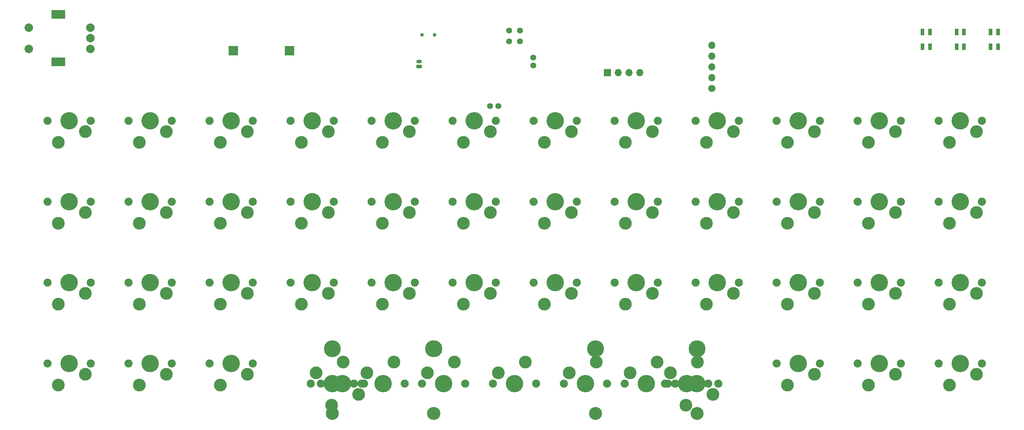
<source format=gts>
%TF.GenerationSoftware,KiCad,Pcbnew,(7.0.0-0)*%
%TF.CreationDate,2023-03-16T02:49:19-07:00*%
%TF.ProjectId,spc_evdr,7370635f-6576-4647-922e-6b696361645f,rev?*%
%TF.SameCoordinates,Original*%
%TF.FileFunction,Soldermask,Top*%
%TF.FilePolarity,Negative*%
%FSLAX46Y46*%
G04 Gerber Fmt 4.6, Leading zero omitted, Abs format (unit mm)*
G04 Created by KiCad (PCBNEW (7.0.0-0)) date 2023-03-16 02:49:19*
%MOMM*%
%LPD*%
G01*
G04 APERTURE LIST*
G04 Aperture macros list*
%AMRoundRect*
0 Rectangle with rounded corners*
0 $1 Rounding radius*
0 $2 $3 $4 $5 $6 $7 $8 $9 X,Y pos of 4 corners*
0 Add a 4 corners polygon primitive as box body*
4,1,4,$2,$3,$4,$5,$6,$7,$8,$9,$2,$3,0*
0 Add four circle primitives for the rounded corners*
1,1,$1+$1,$2,$3*
1,1,$1+$1,$4,$5*
1,1,$1+$1,$6,$7*
1,1,$1+$1,$8,$9*
0 Add four rect primitives between the rounded corners*
20,1,$1+$1,$2,$3,$4,$5,0*
20,1,$1+$1,$4,$5,$6,$7,0*
20,1,$1+$1,$6,$7,$8,$9,0*
20,1,$1+$1,$8,$9,$2,$3,0*%
G04 Aperture macros list end*
%ADD10C,2.000000*%
%ADD11R,3.200000X2.000000*%
%ADD12O,1.700000X1.700000*%
%ADD13C,1.700000*%
%ADD14R,2.200000X2.200000*%
%ADD15C,1.900000*%
%ADD16C,3.000000*%
%ADD17C,4.100000*%
%ADD18C,3.987800*%
%ADD19C,3.048000*%
%ADD20R,0.850000X1.600000*%
%ADD21R,1.700000X1.700000*%
%ADD22RoundRect,0.200000X0.450000X-0.200000X0.450000X0.200000X-0.450000X0.200000X-0.450000X-0.200000X0*%
%ADD23O,1.300000X0.800000*%
%ADD24C,0.850000*%
%ADD25C,1.397000*%
G04 APERTURE END LIST*
D10*
X45477689Y-49207190D03*
X45477689Y-44207190D03*
X45477689Y-46707190D03*
D11*
X37977688Y-41107189D03*
X37977688Y-52307189D03*
D10*
X30977689Y-44207190D03*
X30977689Y-49207190D03*
D12*
X191599999Y-48419999D03*
X191599999Y-50959999D03*
X191599999Y-53499999D03*
X191599999Y-56039999D03*
D13*
X191600000Y-58580000D03*
D14*
X92299999Y-49699999D03*
X79099999Y-49699999D03*
D15*
X255097689Y-85207190D03*
D16*
X253827689Y-87747190D03*
D17*
X250017689Y-85207190D03*
D16*
X247477689Y-90287190D03*
D15*
X244937689Y-85207190D03*
X123493939Y-128069690D03*
D16*
X124763939Y-125529690D03*
D17*
X128573939Y-128069690D03*
D16*
X131113939Y-122989690D03*
D15*
X133653939Y-128069690D03*
X64597689Y-66157190D03*
D16*
X63327689Y-68697190D03*
D17*
X59517689Y-66157190D03*
D16*
X56977689Y-71237190D03*
D15*
X54437689Y-66157190D03*
X159847689Y-66157190D03*
D16*
X158577689Y-68697190D03*
D17*
X154767689Y-66157190D03*
D16*
X152227689Y-71237190D03*
D15*
X149687689Y-66157190D03*
X64597689Y-104257190D03*
D16*
X63327689Y-106797190D03*
D17*
X59517689Y-104257190D03*
D16*
X56977689Y-109337190D03*
D15*
X54437689Y-104257190D03*
X159847689Y-104257190D03*
D16*
X158577689Y-106797190D03*
D17*
X154767689Y-104257190D03*
D16*
X152227689Y-109337190D03*
D15*
X149687689Y-104257190D03*
X178897689Y-85207190D03*
D16*
X177627689Y-87747190D03*
D17*
X173817689Y-85207190D03*
D16*
X171277689Y-90287190D03*
D15*
X168737689Y-85207190D03*
X102697689Y-66157190D03*
D16*
X101427689Y-68697190D03*
D17*
X97617689Y-66157190D03*
D16*
X95077689Y-71237190D03*
D15*
X92537689Y-66157190D03*
X45547689Y-85207190D03*
D16*
X44277689Y-87747190D03*
D17*
X40467689Y-85207190D03*
D16*
X37927689Y-90287190D03*
D15*
X35387689Y-85207190D03*
X216997689Y-66157190D03*
D16*
X215727689Y-68697190D03*
D17*
X211917689Y-66157190D03*
D16*
X209377689Y-71237190D03*
D15*
X206837689Y-66157190D03*
X45547689Y-66157190D03*
D16*
X44277689Y-68697190D03*
D17*
X40467689Y-66157190D03*
D16*
X37927689Y-71237190D03*
D15*
X35387689Y-66157190D03*
X255097689Y-66157190D03*
D16*
X253827689Y-68697190D03*
D17*
X250017689Y-66157190D03*
D16*
X247477689Y-71237190D03*
D15*
X244937689Y-66157190D03*
X83647689Y-66157190D03*
D16*
X82377689Y-68697190D03*
D17*
X78567689Y-66157190D03*
D16*
X76027689Y-71237190D03*
D15*
X73487689Y-66157190D03*
X102697689Y-104257190D03*
D16*
X101427689Y-106797190D03*
D17*
X97617689Y-104257190D03*
D16*
X95077689Y-109337190D03*
D15*
X92537689Y-104257190D03*
D18*
X126192689Y-119814690D03*
D19*
X126192689Y-135054690D03*
D15*
X140162689Y-128069690D03*
D16*
X141432689Y-125529690D03*
D17*
X145242689Y-128069690D03*
D16*
X147782689Y-122989690D03*
D15*
X150322689Y-128069690D03*
D18*
X164292689Y-119814690D03*
D19*
X164292689Y-135054690D03*
D15*
X64597689Y-123307190D03*
D16*
X63327689Y-125847190D03*
D17*
X59517689Y-123307190D03*
D16*
X56977689Y-128387190D03*
D15*
X54437689Y-123307190D03*
X236047689Y-123307190D03*
D16*
X234777689Y-125847190D03*
D17*
X230967689Y-123307190D03*
D16*
X228427689Y-128387190D03*
D15*
X225887689Y-123307190D03*
X121747689Y-85207190D03*
D16*
X120477689Y-87747190D03*
D17*
X116667689Y-85207190D03*
D16*
X114127689Y-90287190D03*
D15*
X111587689Y-85207190D03*
X140797689Y-104257190D03*
D16*
X139527689Y-106797190D03*
D17*
X135717689Y-104257190D03*
D16*
X133177689Y-109337190D03*
D15*
X130637689Y-104257190D03*
X121747689Y-104257190D03*
D16*
X120477689Y-106797190D03*
D17*
X116667689Y-104257190D03*
D16*
X114127689Y-109337190D03*
D15*
X111587689Y-104257190D03*
X216997689Y-85207190D03*
D16*
X215727689Y-87747190D03*
D17*
X211917689Y-85207190D03*
D16*
X209377689Y-90287190D03*
D15*
X206837689Y-85207190D03*
X197947689Y-66157190D03*
D16*
X196677689Y-68697190D03*
D17*
X192867689Y-66157190D03*
D16*
X190327689Y-71237190D03*
D15*
X187787689Y-66157190D03*
D18*
X164260939Y-119814690D03*
D19*
X164260939Y-135054690D03*
D15*
X171118939Y-128069690D03*
D16*
X172388939Y-125529690D03*
D17*
X176198939Y-128069690D03*
D16*
X178738939Y-122989690D03*
D15*
X181278939Y-128069690D03*
D18*
X188136939Y-119814690D03*
D19*
X188136939Y-135054690D03*
D15*
X180643939Y-128069690D03*
D16*
X181913939Y-125529690D03*
D17*
X185723939Y-128069690D03*
D16*
X188263939Y-122989690D03*
D15*
X190803939Y-128069690D03*
X45547689Y-123307190D03*
D16*
X44277689Y-125847190D03*
D17*
X40467689Y-123307190D03*
D16*
X37927689Y-128387190D03*
D15*
X35387689Y-123307190D03*
D18*
X102348439Y-119814690D03*
D19*
X102348439Y-135054690D03*
D15*
X109206439Y-128069690D03*
D16*
X110476439Y-125529690D03*
D17*
X114286439Y-128069690D03*
D16*
X116826439Y-122989690D03*
D15*
X119366439Y-128069690D03*
D18*
X126224439Y-119814690D03*
D19*
X126224439Y-135054690D03*
D15*
X197947689Y-104257190D03*
D16*
X196677689Y-106797190D03*
D17*
X192867689Y-104257190D03*
D16*
X190327689Y-109337190D03*
D15*
X187787689Y-104257190D03*
X216997689Y-104257190D03*
D16*
X215727689Y-106797190D03*
D17*
X211917689Y-104257190D03*
D16*
X209377689Y-109337190D03*
D15*
X206837689Y-104257190D03*
X236047689Y-66157190D03*
D16*
X234777689Y-68697190D03*
D17*
X230967689Y-66157190D03*
D16*
X228427689Y-71237190D03*
D15*
X225887689Y-66157190D03*
X178897689Y-104257190D03*
D16*
X177627689Y-106797190D03*
D17*
X173817689Y-104257190D03*
D16*
X171277689Y-109337190D03*
D15*
X168737689Y-104257190D03*
X236047689Y-85207190D03*
D16*
X234777689Y-87747190D03*
D17*
X230967689Y-85207190D03*
D16*
X228427689Y-90287190D03*
D15*
X225887689Y-85207190D03*
X193185189Y-128069690D03*
D16*
X191915189Y-130609690D03*
D17*
X188105189Y-128069690D03*
D16*
X185565189Y-133149690D03*
D15*
X183025189Y-128069690D03*
X236047689Y-104257190D03*
D16*
X234777689Y-106797190D03*
D17*
X230967689Y-104257190D03*
D16*
X228427689Y-109337190D03*
D15*
X225887689Y-104257190D03*
X121747689Y-66157190D03*
D16*
X120477689Y-68697190D03*
D17*
X116667689Y-66157190D03*
D16*
X114127689Y-71237190D03*
D15*
X111587689Y-66157190D03*
D20*
X250924999Y-45249999D03*
X249174999Y-45249999D03*
X249174999Y-48749999D03*
X250924999Y-48749999D03*
D15*
X156831439Y-128069690D03*
D16*
X158101439Y-125529690D03*
D17*
X161911439Y-128069690D03*
D16*
X164451439Y-122989690D03*
D15*
X166991439Y-128069690D03*
X64597689Y-85207190D03*
D16*
X63327689Y-87747190D03*
D17*
X59517689Y-85207190D03*
D16*
X56977689Y-90287190D03*
D15*
X54437689Y-85207190D03*
X216997689Y-123307190D03*
D16*
X215727689Y-125847190D03*
D17*
X211917689Y-123307190D03*
D16*
X209377689Y-128387190D03*
D15*
X206837689Y-123307190D03*
X83647689Y-104257190D03*
D16*
X82377689Y-106797190D03*
D17*
X78567689Y-104257190D03*
D16*
X76027689Y-109337190D03*
D15*
X73487689Y-104257190D03*
X97300189Y-128069690D03*
D16*
X98570189Y-125529690D03*
D17*
X102380189Y-128069690D03*
D16*
X104920189Y-122989690D03*
D15*
X107460189Y-128069690D03*
X197947689Y-85207190D03*
D16*
X196677689Y-87747190D03*
D17*
X192867689Y-85207190D03*
D16*
X190327689Y-90287190D03*
D15*
X187787689Y-85207190D03*
X159847689Y-85207190D03*
D16*
X158577689Y-87747190D03*
D17*
X154767689Y-85207190D03*
D16*
X152227689Y-90287190D03*
D15*
X149687689Y-85207190D03*
X140797689Y-66157190D03*
D16*
X139527689Y-68697190D03*
D17*
X135717689Y-66157190D03*
D16*
X133177689Y-71237190D03*
D15*
X130637689Y-66157190D03*
D20*
X242924999Y-45249999D03*
X241174999Y-45249999D03*
X241174999Y-48749999D03*
X242924999Y-48749999D03*
D15*
X178897689Y-66157190D03*
D16*
X177627689Y-68697190D03*
D17*
X173817689Y-66157190D03*
D16*
X171277689Y-71237190D03*
D15*
X168737689Y-66157190D03*
D21*
X167067688Y-54807189D03*
D12*
X169607688Y-54807189D03*
X172147688Y-54807189D03*
X174687688Y-54807189D03*
D15*
X83647689Y-123307190D03*
D16*
X82377689Y-125847190D03*
D17*
X78567689Y-123307190D03*
D16*
X76027689Y-128387190D03*
D15*
X73487689Y-123307190D03*
X102697689Y-85207190D03*
D16*
X101427689Y-87747190D03*
D17*
X97617689Y-85207190D03*
D16*
X95077689Y-90287190D03*
D15*
X92537689Y-85207190D03*
X109841439Y-128069690D03*
D16*
X108571439Y-130609690D03*
D17*
X104761439Y-128069690D03*
D16*
X102221439Y-133149690D03*
D15*
X99681439Y-128069690D03*
X140797689Y-85207190D03*
D16*
X139527689Y-87747190D03*
D17*
X135717689Y-85207190D03*
D16*
X133177689Y-90287190D03*
D15*
X130637689Y-85207190D03*
X255097689Y-123307190D03*
D16*
X253827689Y-125847190D03*
D17*
X250017689Y-123307190D03*
D16*
X247477689Y-128387190D03*
D15*
X244937689Y-123307190D03*
X255097689Y-104257190D03*
D16*
X253827689Y-106797190D03*
D17*
X250017689Y-104257190D03*
D16*
X247477689Y-109337190D03*
D15*
X244937689Y-104257190D03*
X45547689Y-104257190D03*
D16*
X44277689Y-106797190D03*
D17*
X40467689Y-104257190D03*
D16*
X37927689Y-109337190D03*
D15*
X35387689Y-104257190D03*
D20*
X258924999Y-45249999D03*
X257174999Y-45249999D03*
X257174999Y-48749999D03*
X258924999Y-48749999D03*
D15*
X83647689Y-85207190D03*
D16*
X82377689Y-87747190D03*
D17*
X78567689Y-85207190D03*
D16*
X76027689Y-90287190D03*
D15*
X73487689Y-85207190D03*
D22*
X122817689Y-53432190D03*
D23*
X122817688Y-52182189D03*
D24*
X126467689Y-45944690D03*
X123467689Y-45944690D03*
D25*
X146487689Y-44910190D03*
X143947689Y-44910190D03*
X146487689Y-47450190D03*
X143947689Y-47450190D03*
X149662689Y-53165190D03*
X149662689Y-51260190D03*
X141407689Y-62690190D03*
X139502689Y-62690190D03*
M02*

</source>
